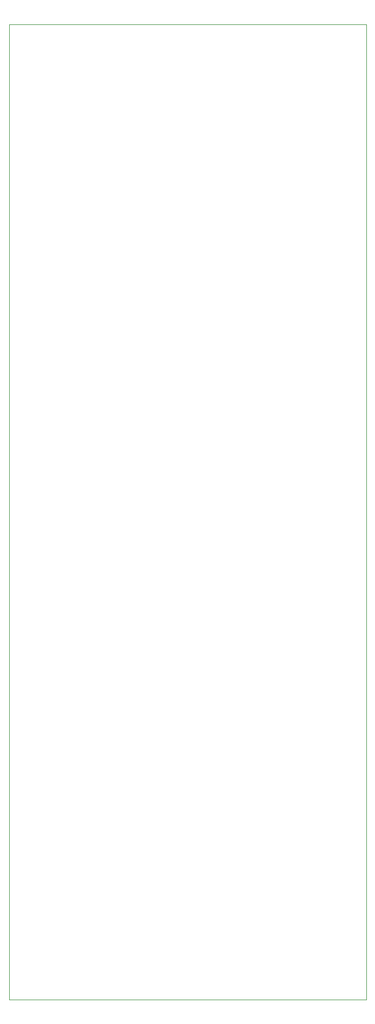
<source format=gbr>
%TF.GenerationSoftware,KiCad,Pcbnew,(5.1.10)-1*%
%TF.CreationDate,2021-11-06T15:15:10-06:00*%
%TF.ProjectId,12v_7-SegmentTriColor_Controller,3132765f-372d-4536-9567-6d656e745472,rev?*%
%TF.SameCoordinates,Original*%
%TF.FileFunction,Profile,NP*%
%FSLAX46Y46*%
G04 Gerber Fmt 4.6, Leading zero omitted, Abs format (unit mm)*
G04 Created by KiCad (PCBNEW (5.1.10)-1) date 2021-11-06 15:15:10*
%MOMM*%
%LPD*%
G01*
G04 APERTURE LIST*
%TA.AperFunction,Profile*%
%ADD10C,0.050000*%
%TD*%
G04 APERTURE END LIST*
D10*
X157480000Y-25400000D02*
X101600000Y-25400000D01*
X157480000Y-177800000D02*
X157480000Y-25400000D01*
X101600000Y-177800000D02*
X157480000Y-177800000D01*
X101600000Y-25400000D02*
X101600000Y-177800000D01*
M02*

</source>
